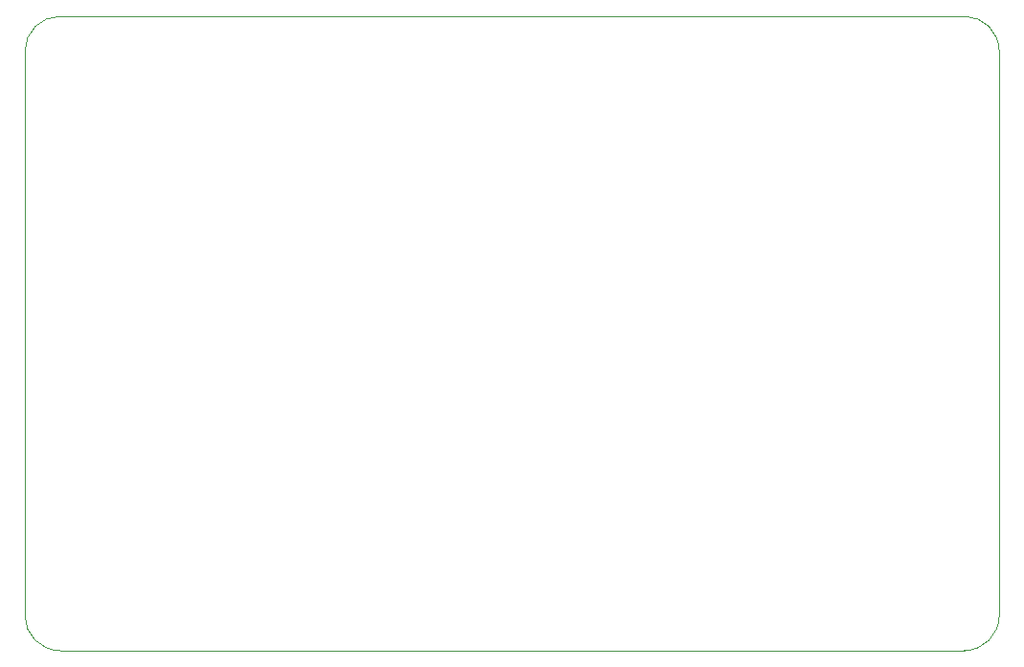
<source format=gbr>
%TF.GenerationSoftware,KiCad,Pcbnew,7.0.1*%
%TF.CreationDate,2023-09-20T00:41:56-04:00*%
%TF.ProjectId,Teacup.kicad_pcb-revB,54656163-7570-42e6-9b69-6361645f7063,B*%
%TF.SameCoordinates,Original*%
%TF.FileFunction,Profile,NP*%
%FSLAX46Y46*%
G04 Gerber Fmt 4.6, Leading zero omitted, Abs format (unit mm)*
G04 Created by KiCad (PCBNEW 7.0.1) date 2023-09-20 00:41:56*
%MOMM*%
%LPD*%
G01*
G04 APERTURE LIST*
%TA.AperFunction,Profile*%
%ADD10C,0.100000*%
%TD*%
G04 APERTURE END LIST*
D10*
X83100000Y0D02*
G75*
G03*
X80000000Y3100000I-3100000J0D01*
G01*
X80000000Y-53100000D02*
G75*
G03*
X83100000Y-50000000I0J3100000D01*
G01*
X0Y3100000D02*
G75*
G03*
X-3100000Y0I0J-3100000D01*
G01*
X83100000Y0D02*
X83100000Y-50000000D01*
X-3100000Y-50000000D02*
X-3100000Y0D01*
X0Y-53100000D02*
X80000000Y-53100000D01*
X0Y3100000D02*
X80000000Y3100000D01*
X-3100000Y-50000000D02*
G75*
G03*
X0Y-53100000I3100000J0D01*
G01*
M02*

</source>
